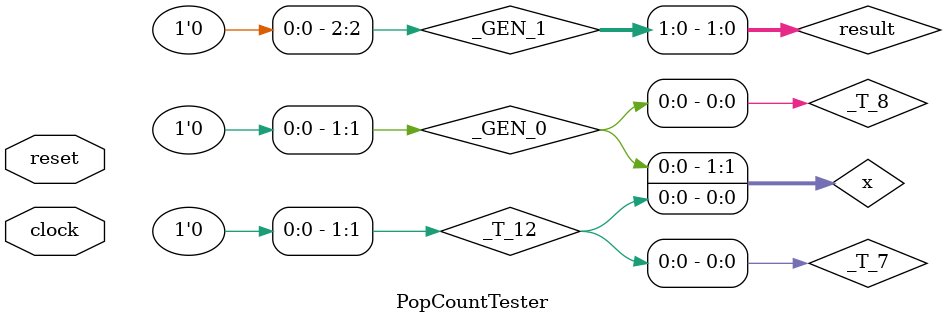
<source format=v>
module PopCountTester(
  input   clock,
  input   reset
);
  reg [1:0] x; // @[PopCount.scala 10:18]
  reg [31:0] _RAND_0;
  wire [1:0] _T_1; // @[PopCount.scala 11:10]
  reg  _T_4; // @[PopCount.scala 12:16]
  reg [31:0] _RAND_1;
  wire  _T_6; // @[PopCount.scala 12:41]
  wire  _T_7; // @[PopCount.scala 14:27]
  wire  _T_8; // @[PopCount.scala 14:27]
  wire [1:0] result; // @[Bitwise.scala 47:55]
  wire [1:0] _T_12; // @[PopCount.scala 15:44]
  wire [1:0] _GEN_0; // @[PopCount.scala 15:44]
  wire [2:0] expected; // @[PopCount.scala 15:44]
  wire [2:0] _GEN_1; // @[PopCount.scala 16:17]
  wire  _T_13; // @[PopCount.scala 16:17]
  wire  _T_15; // @[PopCount.scala 16:9]
  wire  _T_16; // @[PopCount.scala 16:9]
  assign _T_1 = x + 2'h1; // @[PopCount.scala 11:10]
  assign _T_6 = reset == 1'h0; // @[PopCount.scala 12:41]
  assign _T_7 = x[0]; // @[PopCount.scala 14:27]
  assign _T_8 = x[1]; // @[PopCount.scala 14:27]
  assign result = _T_7 + _T_8; // @[Bitwise.scala 47:55]
  assign _T_12 = {{1'd0}, _T_7}; // @[PopCount.scala 15:44]
  assign _GEN_0 = {{1'd0}, _T_8}; // @[PopCount.scala 15:44]
  assign expected = _T_12 + _GEN_0; // @[PopCount.scala 15:44]
  assign _GEN_1 = {{1'd0}, result}; // @[PopCount.scala 16:17]
  assign _T_13 = _GEN_1 == expected; // @[PopCount.scala 16:17]
  assign _T_15 = _T_13 | reset; // @[PopCount.scala 16:9]
  assign _T_16 = _T_15 == 1'h0; // @[PopCount.scala 16:9]
`ifdef RANDOMIZE_GARBAGE_ASSIGN
`define RANDOMIZE
`endif
`ifdef RANDOMIZE_INVALID_ASSIGN
`define RANDOMIZE
`endif
`ifdef RANDOMIZE_REG_INIT
`define RANDOMIZE
`endif
`ifdef RANDOMIZE_MEM_INIT
`define RANDOMIZE
`endif
`ifndef RANDOM
`define RANDOM $random
`endif
`ifdef RANDOMIZE_MEM_INIT
  integer initvar;
`endif
initial begin
  `ifdef RANDOMIZE
    `ifdef INIT_RANDOM
      `INIT_RANDOM
    `endif
    `ifndef VERILATOR
      `ifdef RANDOMIZE_DELAY
        #`RANDOMIZE_DELAY begin end
      `else
        #0.002 begin end
      `endif
    `endif
  `ifdef RANDOMIZE_REG_INIT
  _RAND_0 = {1{`RANDOM}};
  x = _RAND_0[1:0];
  `endif // RANDOMIZE_REG_INIT
  `ifdef RANDOMIZE_REG_INIT
  _RAND_1 = {1{`RANDOM}};
  _T_4 = _RAND_1[0:0];
  `endif // RANDOMIZE_REG_INIT
  `endif // RANDOMIZE
end
  always @(posedge clock) begin
    if (reset) begin
      x <= 2'h0;
    end else begin
      x <= _T_1;
    end
    _T_4 <= x == 2'h3;
    `ifndef SYNTHESIS
    `ifdef STOP_COND
      if (`STOP_COND) begin
    `endif
        if (_T_4 & _T_6) begin
          $finish; // @[PopCount.scala 12:41]
        end
    `ifdef STOP_COND
      end
    `endif
    `endif // SYNTHESIS
    `ifndef SYNTHESIS
    `ifdef PRINTF_COND
      if (`PRINTF_COND) begin
    `endif
        if (_T_16) begin
          $fwrite(32'h80000002,"Assertion failed\n    at PopCount.scala:16 assert(result === expected)\n"); // @[PopCount.scala 16:9]
        end
    `ifdef PRINTF_COND
      end
    `endif
    `endif // SYNTHESIS
    `ifndef SYNTHESIS
    `ifdef STOP_COND
      if (`STOP_COND) begin
    `endif
        if (_T_16) begin
          $fatal; // @[PopCount.scala 16:9]
        end
    `ifdef STOP_COND
      end
    `endif
    `endif // SYNTHESIS
  end
endmodule

</source>
